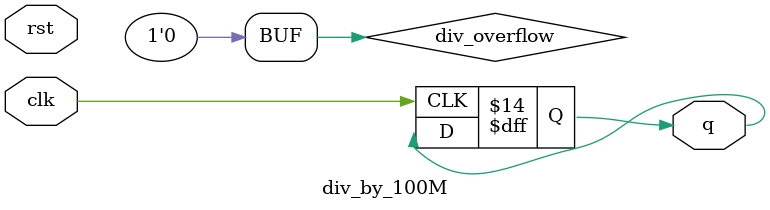
<source format=v>
`timescale 1ns / 1ps


module div_by_100M(input clk, input rst, output reg q);
    reg [25:0] d;

    wire div_overflow = (lsfr == 26'd45641777);
    always @(posedge clk)
        if (rst || div_overflow)
            d <= 26'b1;
        else
            d <= { d[24:0], d[25] ^ d[5] ^ d[1] ^ d[0] };

    always @(posedge clk)
        if (div_overflow) q <= ~q;
endmodule

</source>
